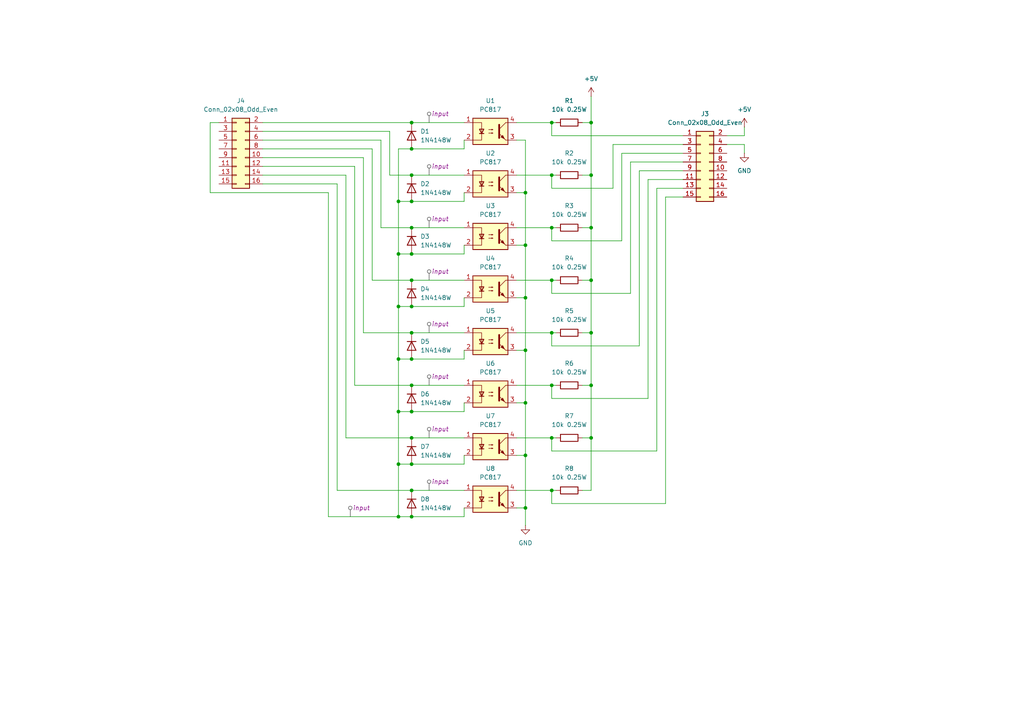
<source format=kicad_sch>
(kicad_sch (version 20231120) (generator "eeschema") (generator_version "8.0")
  (paper "A4")
  (lib_symbols
    (symbol "Connector_Generic:Conn_02x08_Odd_Even" (pin_names (offset 1.016) hide)
      (property "Reference" "J" (at 1.27 10.16 0))
      (property "Value" "Conn_02x08_Odd_Even" (at 1.27 -12.7 0))
      (symbol "Conn_02x08_Odd_Even_1_1"
        (rectangle (start -1.27 -10.033) (end 0 -10.287) (stroke (width 0.1524)))
        (rectangle (start -1.27 -7.493) (end 0 -7.747) (stroke (width 0.1524)))
        (rectangle (start -1.27 -4.953) (end 0 -5.207) (stroke (width 0.1524)))
        (rectangle (start -1.27 -2.413) (end 0 -2.667) (stroke (width 0.1524)))
        (rectangle (start -1.27 0.127) (end 0 -0.127) (stroke (width 0.1524)))
        (rectangle (start -1.27 2.667) (end 0 2.413) (stroke (width 0.1524)))
        (rectangle (start -1.27 5.207) (end 0 4.953) (stroke (width 0.1524)))
        (rectangle (start -1.27 7.747) (end 0 7.493) (stroke (width 0.1524)))
        (rectangle (start -1.27 8.89) (end 3.81 -11.43) (stroke (width 0.254)) (fill (type background)))
        (rectangle (start 3.81 -10.033) (end 2.54 -10.287) (stroke (width 0.1524)))
        (rectangle (start 3.81 -7.493) (end 2.54 -7.747) (stroke (width 0.1524)))
        (rectangle (start 3.81 -4.953) (end 2.54 -5.207) (stroke (width 0.1524)))
        (rectangle (start 3.81 -2.413) (end 2.54 -2.667) (stroke (width 0.1524)))
        (rectangle (start 3.81 0.127) (end 2.54 -0.127) (stroke (width 0.1524)))
        (rectangle (start 3.81 2.667) (end 2.54 2.413) (stroke (width 0.1524)))
        (rectangle (start 3.81 5.207) (end 2.54 4.953) (stroke (width 0.1524)))
        (rectangle (start 3.81 7.747) (end 2.54 7.493) (stroke (width 0.1524)))
        (pin passive line (at -5.08 7.62 0) (length 3.81) (name "Pin_1") (number "1"))
        (pin passive line (at 7.62 -2.54 180) (length 3.81) (name "Pin_10") (number "10"))
        (pin passive line (at -5.08 -5.08 0) (length 3.81) (name "Pin_11") (number "11"))
        (pin passive line (at 7.62 -5.08 180) (length 3.81) (name "Pin_12") (number "12"))
        (pin passive line (at -5.08 -7.62 0) (length 3.81) (name "Pin_13") (number "13"))
        (pin passive line (at 7.62 -7.62 180) (length 3.81) (name "Pin_14") (number "14"))
        (pin passive line (at -5.08 -10.16 0) (length 3.81) (name "Pin_15") (number "15"))
        (pin passive line (at 7.62 -10.16 180) (length 3.81) (name "Pin_16") (number "16"))
        (pin passive line (at 7.62 7.62 180) (length 3.81) (name "Pin_2") (number "2"))
        (pin passive line (at -5.08 5.08 0) (length 3.81) (name "Pin_3") (number "3"))
        (pin passive line (at 7.62 5.08 180) (length 3.81) (name "Pin_4") (number "4"))
        (pin passive line (at -5.08 2.54 0) (length 3.81) (name "Pin_5") (number "5"))
        (pin passive line (at 7.62 2.54 180) (length 3.81) (name "Pin_6") (number "6"))
        (pin passive line (at -5.08 0 0) (length 3.81) (name "Pin_7") (number "7"))
        (pin passive line (at 7.62 0 180) (length 3.81) (name "Pin_8") (number "8"))
        (pin passive line (at -5.08 -2.54 0) (length 3.81) (name "Pin_9") (number "9"))
      )
    )
    (symbol "NextPCB:1N4148W" (pin_numbers hide) (pin_names (offset 1.016) hide)
      (property "Reference" "D" (at 0 2.54 0))
      (property "Value" "1N4148W" (at 0 -2.54 0))
      (symbol "1N4148W_0_1"
        (polyline (pts (xy -1.27 1.27) (xy -1.27 -1.27)) (stroke (width 0.254)))
        (polyline (pts (xy 1.27 0) (xy -1.27 0)))
        (polyline (pts (xy 1.27 1.27) (xy 1.27 -1.27) (xy -1.27 0) (xy 1.27 1.27)) (stroke (width 0.254)))
      )
      (symbol "1N4148W_1_1"
        (pin passive line (at -3.81 0 0) (length 2.54) (name "K") (number "1"))
        (pin passive line (at 3.81 0 180) (length 2.54) (name "A") (number "2"))
      )
    )
    (symbol "NextPCB:PC817" (pin_names (offset 1.016))
      (property "Reference" "U" (at -5.08 5.08 0))
      (property "Value" "PC817" (at 0 5.08 0))
      (symbol "PC817_0_1"
        (rectangle (start -5.08 3.81) (end 5.08 -3.81) (stroke (width 0.254)) (fill (type background)))
        (polyline (pts (xy -3.175 -0.635) (xy -1.905 -0.635)) (stroke (width 0.254)))
        (polyline (pts (xy 2.54 0.635) (xy 4.445 2.54)))
        (polyline (pts (xy 4.445 -2.54) (xy 2.54 -0.635)) (fill (type outline)))
        (polyline (pts (xy 4.445 -2.54) (xy 5.08 -2.54)))
        (polyline (pts (xy 4.445 2.54) (xy 5.08 2.54)))
        (polyline (pts (xy -5.08 2.54) (xy -2.54 2.54) (xy -2.54 -0.635)))
        (polyline (pts (xy -2.54 -0.635) (xy -2.54 -2.54) (xy -5.08 -2.54)))
        (polyline (pts (xy 2.54 1.905) (xy 2.54 -1.905) (xy 2.54 -1.905)) (stroke (width 0.508)))
        (polyline (pts (xy -2.54 -0.635) (xy -3.175 0.635) (xy -1.905 0.635) (xy -2.54 -0.635)) (stroke (width 0.254)))
        (polyline (pts (xy -0.508 -0.508) (xy 0.762 -0.508) (xy 0.381 -0.635) (xy 0.381 -0.381) (xy 0.762 -0.508)))
        (polyline (pts (xy -0.508 0.508) (xy 0.762 0.508) (xy 0.381 0.381) (xy 0.381 0.635) (xy 0.762 0.508)))
        (polyline (pts (xy 3.048 -1.651) (xy 3.556 -1.143) (xy 4.064 -2.159) (xy 3.048 -1.651) (xy 3.048 -1.651)) (fill (type outline)))
      )
      (symbol "PC817_1_1"
        (pin passive line (at -7.62 2.54 0) (length 2.54) (name "~") (number "1"))
        (pin passive line (at -7.62 -2.54 0) (length 2.54) (name "~") (number "2"))
        (pin passive line (at 7.62 -2.54 180) (length 2.54) (name "~") (number "3"))
        (pin passive line (at 7.62 2.54 180) (length 2.54) (name "~") (number "4"))
      )
    )
    (symbol "NextPCB:R_10k_0.25W" (pin_numbers hide) (pin_names (offset 0))
      (property "Reference" "R" (at 2.032 0 90))
      (property "Value" "10k 0.25W" (at 0 0 90))
      (symbol "R_10k_0.25W_0_1"
        (rectangle (start -1.016 -2.54) (end 1.016 2.54) (stroke (width 0.254)))
      )
      (symbol "R_10k_0.25W_1_1"
        (pin passive line (at 0 3.81 270) (length 1.27) (name "~") (number "1"))
        (pin passive line (at 0 -3.81 90) (length 1.27) (name "~") (number "2"))
      )
    )
    (symbol "power:+5V" (power) (pin_numbers hide) (pin_names (offset 0) hide)
      (property "Value" "+5V" (at 0 3.556 0))
      (symbol "+5V_0_1"
        (polyline (pts (xy -0.762 1.27) (xy 0 2.54)))
        (polyline (pts (xy 0 0) (xy 0 2.54)))
        (polyline (pts (xy 0 2.54) (xy 0.762 1.27)))
      )
      (symbol "+5V_1_1"
        (pin power_in line (at 0 0 90) (length 0) (name "~") (number "1"))
      )
    )
    (symbol "power:GND" (power) (pin_numbers hide) (pin_names (offset 0) hide)
      (property "Value" "GND" (at 0 -3.81 0))
      (symbol "GND_0_1"
        (polyline (pts (xy 0 0) (xy 0 -1.27) (xy 1.27 -1.27) (xy 0 -2.54) (xy -1.27 -1.27) (xy 0 -1.27)))
      )
      (symbol "GND_1_1"
        (pin power_in line (at 0 0 270) (length 0) (name "~") (number "1"))
      )
    )
  )
  (junction (at 160.02 50.8))
  (junction (at 152.4 132.08))
  (junction (at 160.02 66.04))
  (junction (at 160.02 35.56))
  (junction (at 115.57 119.38))
  (junction (at 119.38 127))
  (junction (at 160.02 111.76))
  (junction (at 119.38 96.52))
  (junction (at 119.38 43.18))
  (junction (at 119.38 81.28))
  (junction (at 171.45 66.04))
  (junction (at 160.02 127))
  (junction (at 119.38 111.76))
  (junction (at 119.38 35.56))
  (junction (at 119.38 88.9))
  (junction (at 115.57 104.14))
  (junction (at 152.4 71.12))
  (junction (at 115.57 134.62))
  (junction (at 171.45 127))
  (junction (at 171.45 111.76))
  (junction (at 119.38 134.62))
  (junction (at 115.57 88.9))
  (junction (at 160.02 96.52))
  (junction (at 119.38 66.04))
  (junction (at 119.38 104.14))
  (junction (at 171.45 81.28))
  (junction (at 115.57 58.42))
  (junction (at 152.4 147.32))
  (junction (at 171.45 50.8))
  (junction (at 119.38 119.38))
  (junction (at 152.4 101.6))
  (junction (at 160.02 142.24))
  (junction (at 152.4 116.84))
  (junction (at 119.38 50.8))
  (junction (at 171.45 96.52))
  (junction (at 115.57 149.86))
  (junction (at 119.38 142.24))
  (junction (at 171.45 35.56))
  (junction (at 119.38 149.86))
  (junction (at 152.4 86.36))
  (junction (at 115.57 73.66))
  (junction (at 119.38 73.66))
  (junction (at 119.38 58.42))
  (junction (at 152.4 55.88))
  (junction (at 160.02 81.28))
  (wire (pts (xy 187.96 52.07) (xy 187.96 115.57)))
  (wire (pts (xy 115.57 134.62) (xy 115.57 149.86)))
  (wire (pts (xy 149.86 142.24) (xy 160.02 142.24)))
  (wire (pts (xy 152.4 101.6) (xy 152.4 116.84)))
  (wire (pts (xy 160.02 96.52) (xy 161.29 96.52)))
  (wire (pts (xy 134.62 73.66) (xy 134.62 71.12)))
  (wire (pts (xy 115.57 73.66) (xy 119.38 73.66)))
  (wire (pts (xy 168.91 142.24) (xy 171.45 142.24)))
  (wire (pts (xy 115.57 119.38) (xy 119.38 119.38)))
  (wire (pts (xy 149.86 71.12) (xy 152.4 71.12)))
  (wire (pts (xy 160.02 85.09) (xy 182.88 85.09)))
  (wire (pts (xy 152.4 116.84) (xy 152.4 132.08)))
  (wire (pts (xy 119.38 50.8) (xy 134.62 50.8)))
  (wire (pts (xy 152.4 55.88) (xy 152.4 71.12)))
  (wire (pts (xy 160.02 50.8) (xy 161.29 50.8)))
  (wire (pts (xy 119.38 134.62) (xy 134.62 134.62)))
  (wire (pts (xy 160.02 35.56) (xy 160.02 39.37)))
  (wire (pts (xy 152.4 147.32) (xy 152.4 152.4)))
  (wire (pts (xy 160.02 54.61) (xy 177.8 54.61)))
  (wire (pts (xy 160.02 66.04) (xy 160.02 69.85)))
  (wire (pts (xy 119.38 149.86) (xy 134.62 149.86)))
  (wire (pts (xy 152.4 86.36) (xy 152.4 101.6)))
  (wire (pts (xy 119.38 88.9) (xy 134.62 88.9)))
  (wire (pts (xy 119.38 43.18) (xy 134.62 43.18)))
  (wire (pts (xy 76.2 48.26) (xy 102.87 48.26)))
  (wire (pts (xy 115.57 119.38) (xy 115.57 134.62)))
  (wire (pts (xy 134.62 88.9) (xy 134.62 86.36)))
  (wire (pts (xy 160.02 127) (xy 161.29 127)))
  (wire (pts (xy 168.91 111.76) (xy 171.45 111.76)))
  (wire (pts (xy 76.2 50.8) (xy 100.33 50.8)))
  (wire (pts (xy 168.91 50.8) (xy 171.45 50.8)))
  (wire (pts (xy 215.9 41.91) (xy 215.9 44.45)))
  (wire (pts (xy 113.03 50.8) (xy 119.38 50.8)))
  (wire (pts (xy 119.38 73.66) (xy 134.62 73.66)))
  (wire (pts (xy 160.02 127) (xy 160.02 130.81)))
  (wire (pts (xy 168.91 35.56) (xy 171.45 35.56)))
  (wire (pts (xy 185.42 49.53) (xy 198.12 49.53)))
  (wire (pts (xy 115.57 88.9) (xy 115.57 104.14)))
  (wire (pts (xy 115.57 104.14) (xy 119.38 104.14)))
  (wire (pts (xy 177.8 41.91) (xy 198.12 41.91)))
  (wire (pts (xy 102.87 48.26) (xy 102.87 111.76)))
  (wire (pts (xy 168.91 96.52) (xy 171.45 96.52)))
  (wire (pts (xy 160.02 35.56) (xy 161.29 35.56)))
  (wire (pts (xy 95.25 55.88) (xy 95.25 149.86)))
  (wire (pts (xy 115.57 149.86) (xy 119.38 149.86)))
  (wire (pts (xy 76.2 40.64) (xy 110.49 40.64)))
  (wire (pts (xy 182.88 46.99) (xy 198.12 46.99)))
  (wire (pts (xy 97.79 142.24) (xy 119.38 142.24)))
  (wire (pts (xy 76.2 35.56) (xy 119.38 35.56)))
  (wire (pts (xy 119.38 111.76) (xy 134.62 111.76)))
  (wire (pts (xy 193.04 146.05) (xy 193.04 57.15)))
  (wire (pts (xy 160.02 66.04) (xy 161.29 66.04)))
  (wire (pts (xy 134.62 40.64) (xy 134.62 43.18)))
  (wire (pts (xy 152.4 40.64) (xy 152.4 55.88)))
  (wire (pts (xy 149.86 116.84) (xy 152.4 116.84)))
  (wire (pts (xy 115.57 43.18) (xy 115.57 58.42)))
  (wire (pts (xy 190.5 54.61) (xy 198.12 54.61)))
  (wire (pts (xy 171.45 81.28) (xy 171.45 96.52)))
  (wire (pts (xy 171.45 127) (xy 171.45 142.24)))
  (wire (pts (xy 180.34 69.85) (xy 160.02 69.85)))
  (wire (pts (xy 134.62 104.14) (xy 134.62 101.6)))
  (wire (pts (xy 160.02 81.28) (xy 161.29 81.28)))
  (wire (pts (xy 60.96 55.88) (xy 60.96 35.56)))
  (wire (pts (xy 215.9 36.83) (xy 215.9 39.37)))
  (wire (pts (xy 187.96 52.07) (xy 198.12 52.07)))
  (wire (pts (xy 76.2 45.72) (xy 105.41 45.72)))
  (wire (pts (xy 134.62 149.86) (xy 134.62 147.32)))
  (wire (pts (xy 107.95 43.18) (xy 107.95 81.28)))
  (wire (pts (xy 171.45 27.94) (xy 171.45 35.56)))
  (wire (pts (xy 160.02 100.33) (xy 185.42 100.33)))
  (wire (pts (xy 152.4 71.12) (xy 152.4 86.36)))
  (wire (pts (xy 119.38 127) (xy 134.62 127)))
  (wire (pts (xy 168.91 66.04) (xy 171.45 66.04)))
  (wire (pts (xy 95.25 149.86) (xy 115.57 149.86)))
  (wire (pts (xy 171.45 111.76) (xy 171.45 127)))
  (wire (pts (xy 119.38 142.24) (xy 134.62 142.24)))
  (wire (pts (xy 119.38 66.04) (xy 134.62 66.04)))
  (wire (pts (xy 160.02 111.76) (xy 160.02 115.57)))
  (wire (pts (xy 119.38 96.52) (xy 134.62 96.52)))
  (wire (pts (xy 210.82 41.91) (xy 215.9 41.91)))
  (wire (pts (xy 152.4 132.08) (xy 152.4 147.32)))
  (wire (pts (xy 185.42 49.53) (xy 185.42 100.33)))
  (wire (pts (xy 160.02 81.28) (xy 160.02 85.09)))
  (wire (pts (xy 171.45 50.8) (xy 171.45 66.04)))
  (wire (pts (xy 115.57 104.14) (xy 115.57 119.38)))
  (wire (pts (xy 105.41 45.72) (xy 105.41 96.52)))
  (wire (pts (xy 119.38 35.56) (xy 134.62 35.56)))
  (wire (pts (xy 76.2 53.34) (xy 97.79 53.34)))
  (wire (pts (xy 115.57 134.62) (xy 119.38 134.62)))
  (wire (pts (xy 149.86 50.8) (xy 160.02 50.8)))
  (wire (pts (xy 160.02 111.76) (xy 161.29 111.76)))
  (wire (pts (xy 160.02 39.37) (xy 198.12 39.37)))
  (wire (pts (xy 149.86 127) (xy 160.02 127)))
  (wire (pts (xy 134.62 134.62) (xy 134.62 132.08)))
  (wire (pts (xy 134.62 58.42) (xy 134.62 55.88)))
  (wire (pts (xy 102.87 111.76) (xy 119.38 111.76)))
  (wire (pts (xy 180.34 44.45) (xy 198.12 44.45)))
  (wire (pts (xy 97.79 53.34) (xy 97.79 142.24)))
  (wire (pts (xy 160.02 142.24) (xy 161.29 142.24)))
  (wire (pts (xy 210.82 39.37) (xy 215.9 39.37)))
  (wire (pts (xy 110.49 40.64) (xy 110.49 66.04)))
  (wire (pts (xy 60.96 35.56) (xy 63.5 35.56)))
  (wire (pts (xy 115.57 88.9) (xy 119.38 88.9)))
  (wire (pts (xy 193.04 57.15) (xy 198.12 57.15)))
  (wire (pts (xy 107.95 81.28) (xy 119.38 81.28)))
  (wire (pts (xy 160.02 115.57) (xy 187.96 115.57)))
  (wire (pts (xy 190.5 130.81) (xy 190.5 54.61)))
  (wire (pts (xy 115.57 73.66) (xy 115.57 88.9)))
  (wire (pts (xy 168.91 127) (xy 171.45 127)))
  (wire (pts (xy 177.8 54.61) (xy 177.8 41.91)))
  (wire (pts (xy 134.62 119.38) (xy 134.62 116.84)))
  (wire (pts (xy 100.33 127) (xy 119.38 127)))
  (wire (pts (xy 160.02 96.52) (xy 160.02 100.33)))
  (wire (pts (xy 76.2 38.1) (xy 113.03 38.1)))
  (wire (pts (xy 115.57 58.42) (xy 119.38 58.42)))
  (wire (pts (xy 149.86 132.08) (xy 152.4 132.08)))
  (wire (pts (xy 171.45 35.56) (xy 171.45 50.8)))
  (wire (pts (xy 60.96 55.88) (xy 95.25 55.88)))
  (wire (pts (xy 149.86 101.6) (xy 152.4 101.6)))
  (wire (pts (xy 160.02 142.24) (xy 160.02 146.05)))
  (wire (pts (xy 149.86 86.36) (xy 152.4 86.36)))
  (wire (pts (xy 115.57 43.18) (xy 119.38 43.18)))
  (wire (pts (xy 168.91 81.28) (xy 171.45 81.28)))
  (wire (pts (xy 149.86 66.04) (xy 160.02 66.04)))
  (wire (pts (xy 180.34 44.45) (xy 180.34 69.85)))
  (wire (pts (xy 119.38 119.38) (xy 134.62 119.38)))
  (wire (pts (xy 119.38 104.14) (xy 134.62 104.14)))
  (wire (pts (xy 105.41 96.52) (xy 119.38 96.52)))
  (wire (pts (xy 115.57 58.42) (xy 115.57 73.66)))
  (wire (pts (xy 160.02 146.05) (xy 193.04 146.05)))
  (wire (pts (xy 149.86 55.88) (xy 152.4 55.88)))
  (wire (pts (xy 149.86 111.76) (xy 160.02 111.76)))
  (wire (pts (xy 119.38 58.42) (xy 134.62 58.42)))
  (wire (pts (xy 171.45 66.04) (xy 171.45 81.28)))
  (wire (pts (xy 110.49 66.04) (xy 119.38 66.04)))
  (wire (pts (xy 160.02 130.81) (xy 190.5 130.81)))
  (wire (pts (xy 119.38 81.28) (xy 134.62 81.28)))
  (wire (pts (xy 149.86 40.64) (xy 152.4 40.64)))
  (wire (pts (xy 76.2 43.18) (xy 107.95 43.18)))
  (wire (pts (xy 182.88 46.99) (xy 182.88 85.09)))
  (wire (pts (xy 113.03 38.1) (xy 113.03 50.8)))
  (wire (pts (xy 100.33 50.8) (xy 100.33 127)))
  (wire (pts (xy 149.86 35.56) (xy 160.02 35.56)))
  (wire (pts (xy 149.86 81.28) (xy 160.02 81.28)))
  (wire (pts (xy 149.86 147.32) (xy 152.4 147.32)))
  (wire (pts (xy 149.86 96.52) (xy 160.02 96.52)))
  (wire (pts (xy 171.45 96.52) (xy 171.45 111.76)))
  (wire (pts (xy 160.02 50.8) (xy 160.02 54.61)))
  (netclass_flag "" (length 2.54) (shape round) (at 124.46 66.04 0) (property "Netclass" "input" (at 125.1585 63.5 0) (effects (font (italic yes)) (justify left))))
  (netclass_flag "" (length 2.54) (shape round) (at 124.46 35.56 0) (property "Netclass" "input" (at 125.1585 33.02 0) (effects (font (italic yes)) (justify left))))
  (netclass_flag "" (length 2.54) (shape round) (at 124.46 96.52 0) (property "Netclass" "input" (at 125.1585 93.98 0) (effects (font (italic yes)) (justify left))))
  (netclass_flag "" (length 2.54) (shape round) (at 101.6 149.86 0) (property "Netclass" "input" (at 102.2985 147.32 0) (effects (font (italic yes)) (justify left))))
  (netclass_flag "" (length 2.54) (shape round) (at 124.46 50.8 0) (property "Netclass" "input" (at 125.1585 48.26 0) (effects (font (italic yes)) (justify left))))
  (netclass_flag "" (length 2.54) (shape round) (at 124.46 81.28 0) (property "Netclass" "input" (at 125.1585 78.74 0) (effects (font (italic yes)) (justify left))))
  (netclass_flag "" (length 2.54) (shape round) (at 124.46 111.76 0) (property "Netclass" "input" (at 125.1585 109.22 0) (effects (font (italic yes)) (justify left))))
  (netclass_flag "" (length 2.54) (shape round) (at 124.46 127 0) (property "Netclass" "input" (at 125.1585 124.46 0) (effects (font (italic yes)) (justify left))))
  (netclass_flag "" (length 2.54) (shape round) (at 124.46 142.24 0) (property "Netclass" "input" (at 125.1585 139.7 0) (effects (font (italic yes)) (justify left))))
  (symbol (lib_id "Connector_Generic:Conn_02x08_Odd_Even") (at 68.58 43.18 0) (unit 1)
    (property "Reference" "J4" (at 69.85 29.21 0))
    (property "Value" "Conn_02x08_Odd_Even" (at 69.85 31.75 0))
    (property "Footprint" "Connector_PinHeader_2.54mm:PinHeader_2x08_P2.54mm_Vertical_SMD" (effects (hide yes)))
    (property "Description" "Generic connector, double row, 02x08, odd/even pin numbering scheme (row 1 odd numbers, row 2 even numbers), script generated (kicad-library-utils/schlib/autogen/connector/)" (effects (hide yes)))
  )
  (symbol (lib_id "NextPCB:R_10k_0.25W") (at 165.1 35.56 90) (unit 1)
    (property "Reference" "R1" (at 165.1 29.21 90))
    (property "Value" "10k 0.25W" (at 165.1 31.75 90))
    (property "Footprint" "Resistor_SMD:R_1206_3216Metric_Pad1.30x1.75mm_HandSolder" (effects (hide yes)))
    (property "Description" "Resistor" (effects (hide yes)))
    (property "NextPCB_price" "0.00233" (effects (hide yes)))
    (property "NextPCB_url" "https://www.hqonline.com/product-detail/chip-resistors-yageo-rc1206fr-0710kl-2500015735" (effects (hide yes)))
  )
  (symbol (lib_id "Connector_Generic:Conn_02x08_Odd_Even") (at 203.2 46.99 0) (unit 1)
    (property "Reference" "J3" (at 204.47 33.02 0))
    (property "Value" "Conn_02x08_Odd_Even" (at 204.47 35.56 0))
    (property "Footprint" "Connector_PinHeader_2.54mm:PinHeader_2x08_P2.54mm_Vertical_SMD" (effects (hide yes)))
    (property "Description" "Generic connector, double row, 02x08, odd/even pin numbering scheme (row 1 odd numbers, row 2 even numbers), script generated (kicad-library-utils/schlib/autogen/connector/)" (effects (hide yes)))
  )
  (symbol (lib_id "NextPCB:R_10k_0.25W") (at 165.1 127 90) (unit 1)
    (property "Reference" "R7" (at 165.1 120.65 90))
    (property "Value" "10k 0.25W" (at 165.1 123.19 90))
    (property "Footprint" "Resistor_SMD:R_1206_3216Metric_Pad1.30x1.75mm_HandSolder" (effects (hide yes)))
    (property "Description" "Resistor" (effects (hide yes)))
    (property "NextPCB_price" "0.00233" (effects (hide yes)))
    (property "NextPCB_url" "https://www.hqonline.com/product-detail/chip-resistors-yageo-rc1206fr-0710kl-2500015735" (effects (hide yes)))
  )
  (symbol (lib_id "NextPCB:1N4148W") (at 119.38 146.05 270) (unit 1)
    (property "Reference" "D8" (at 121.92 144.7799 90) (effects (justify left)))
    (property "Value" "1N4148W" (at 121.92 147.3199 90) (effects (justify left)))
    (property "Footprint" "Diode_SMD:D_SOD-123" (effects (hide yes)))
    (property "Description" "Diode" (effects (hide yes)))
    (property "Sim.Device" "D" (effects (hide yes)))
    (property "Sim.Pins" "1=K 2=A" (effects (hide yes)))
    (property "MfrPart" "1N4148W" (effects (hide yes)))
    (property "Manufacturer" "Jingdao" (effects (hide yes)))
    (property "HQPart" "DS0143597" (effects (hide yes)))
    (property "NextPCB_price" "0.00811" (effects (hide yes)))
    (property "NextPCB_url" "https://www.hqonline.com/product-detail/switching-diodes--small-signal--st-xianke--1n4148w-2500240525" (effects (hide yes)))
  )
  (symbol (lib_id "NextPCB:PC817") (at 142.24 38.1 0) (unit 1)
    (property "Reference" "U1" (at 142.24 29.21 0))
    (property "Value" "PC817" (at 142.24 31.75 0))
    (property "Footprint" "Package_SO:SOP-4_3.8x4.1mm_P2.54mm" (effects (hide yes)))
    (property "Datasheet" "http://www.soselectronic.cz/a_info/resource/d/pc817.pdf" (effects (hide yes)))
    (property "Description" "DC Optocoupler, Vce 35V, CTR 50-300%, DIP-4" (effects (hide yes)))
    (property "NextPCB_url" "https://www.hqonline.com/product-detail/photocouplers-slkor-pc817c-2500382115" (effects (hide yes)))
    (property "NextPCB_price" "0.03334" (effects (hide yes)))
  )
  (symbol (lib_id "NextPCB:R_10k_0.25W") (at 165.1 142.24 90) (unit 1)
    (property "Reference" "R8" (at 165.1 135.89 90))
    (property "Value" "10k 0.25W" (at 165.1 138.43 90))
    (property "Footprint" "Resistor_SMD:R_1206_3216Metric_Pad1.30x1.75mm_HandSolder" (effects (hide yes)))
    (property "Description" "Resistor" (effects (hide yes)))
    (property "NextPCB_price" "0.00233" (effects (hide yes)))
    (property "NextPCB_url" "https://www.hqonline.com/product-detail/chip-resistors-yageo-rc1206fr-0710kl-2500015735" (effects (hide yes)))
  )
  (symbol (lib_id "power:GND") (at 215.9 44.45 0) (unit 1)
    (property "Reference" "#PWR02" (effects (hide yes)))
    (property "Value" "GND" (at 215.9 49.53 0))
    (property "Description" "Power symbol creates a global label with name \"GND\" , ground" (effects (hide yes)))
  )
  (symbol (lib_id "power:GND") (at 152.4 152.4 0) (unit 1)
    (property "Reference" "#PWR04" (effects (hide yes)))
    (property "Value" "GND" (at 152.4 157.48 0))
    (property "Description" "Power symbol creates a global label with name \"GND\" , ground" (effects (hide yes)))
  )
  (symbol (lib_id "NextPCB:1N4148W") (at 119.38 115.57 270) (unit 1)
    (property "Reference" "D6" (at 121.92 114.2999 90) (effects (justify left)))
    (property "Value" "1N4148W" (at 121.92 116.8399 90) (effects (justify left)))
    (property "Footprint" "Diode_SMD:D_SOD-123" (effects (hide yes)))
    (property "Description" "Diode" (effects (hide yes)))
    (property "Sim.Device" "D" (effects (hide yes)))
    (property "Sim.Pins" "1=K 2=A" (effects (hide yes)))
    (property "MfrPart" "1N4148W" (effects (hide yes)))
    (property "Manufacturer" "Jingdao" (effects (hide yes)))
    (property "HQPart" "DS0143597" (effects (hide yes)))
    (property "NextPCB_price" "0.00811" (effects (hide yes)))
    (property "NextPCB_url" "https://www.hqonline.com/product-detail/switching-diodes--small-signal--st-xianke--1n4148w-2500240525" (effects (hide yes)))
  )
  (symbol (lib_id "power:+5V") (at 171.45 27.94 0) (unit 1)
    (property "Reference" "#PWR03" (effects (hide yes)))
    (property "Value" "+5V" (at 171.45 22.86 0))
    (property "Description" "Power symbol creates a global label with name \"+5V\"" (effects (hide yes)))
  )
  (symbol (lib_id "NextPCB:1N4148W") (at 119.38 39.37 270) (unit 1)
    (property "Reference" "D1" (at 121.92 38.0999 90) (effects (justify left)))
    (property "Value" "1N4148W" (at 121.92 40.6399 90) (effects (justify left)))
    (property "Footprint" "Diode_SMD:D_SOD-123" (effects (hide yes)))
    (property "Description" "Diode" (effects (hide yes)))
    (property "Sim.Device" "D" (effects (hide yes)))
    (property "Sim.Pins" "1=K 2=A" (effects (hide yes)))
    (property "MfrPart" "1N4148W" (effects (hide yes)))
    (property "Manufacturer" "Jingdao" (effects (hide yes)))
    (property "HQPart" "DS0143597" (effects (hide yes)))
    (property "NextPCB_price" "0.00811" (effects (hide yes)))
    (property "NextPCB_url" "https://www.hqonline.com/product-detail/switching-diodes--small-signal--st-xianke--1n4148w-2500240525" (effects (hide yes)))
  )
  (symbol (lib_id "power:+5V") (at 215.9 36.83 0) (unit 1)
    (property "Reference" "#PWR01" (effects (hide yes)))
    (property "Value" "+5V" (at 215.9 31.75 0))
    (property "Description" "Power symbol creates a global label with name \"+5V\"" (effects (hide yes)))
  )
  (symbol (lib_id "NextPCB:PC817") (at 142.24 83.82 0) (unit 1)
    (property "Reference" "U4" (at 142.24 74.93 0))
    (property "Value" "PC817" (at 142.24 77.47 0))
    (property "Footprint" "Package_SO:SOP-4_3.8x4.1mm_P2.54mm" (effects (hide yes)))
    (property "Datasheet" "http://www.soselectronic.cz/a_info/resource/d/pc817.pdf" (effects (hide yes)))
    (property "Description" "DC Optocoupler, Vce 35V, CTR 50-300%, DIP-4" (effects (hide yes)))
    (property "NextPCB_url" "https://www.hqonline.com/product-detail/photocouplers-slkor-pc817c-2500382115" (effects (hide yes)))
    (property "NextPCB_price" "0.03334" (effects (hide yes)))
  )
  (symbol (lib_id "NextPCB:R_10k_0.25W") (at 165.1 111.76 90) (unit 1)
    (property "Reference" "R6" (at 165.1 105.41 90))
    (property "Value" "10k 0.25W" (at 165.1 107.95 90))
    (property "Footprint" "Resistor_SMD:R_1206_3216Metric_Pad1.30x1.75mm_HandSolder" (effects (hide yes)))
    (property "Description" "Resistor" (effects (hide yes)))
    (property "NextPCB_price" "0.00233" (effects (hide yes)))
    (property "NextPCB_url" "https://www.hqonline.com/product-detail/chip-resistors-yageo-rc1206fr-0710kl-2500015735" (effects (hide yes)))
  )
  (symbol (lib_id "NextPCB:1N4148W") (at 119.38 100.33 270) (unit 1)
    (property "Reference" "D5" (at 121.92 99.0599 90) (effects (justify left)))
    (property "Value" "1N4148W" (at 121.92 101.5999 90) (effects (justify left)))
    (property "Footprint" "Diode_SMD:D_SOD-123" (effects (hide yes)))
    (property "Description" "Diode" (effects (hide yes)))
    (property "Sim.Device" "D" (effects (hide yes)))
    (property "Sim.Pins" "1=K 2=A" (effects (hide yes)))
    (property "MfrPart" "1N4148W" (effects (hide yes)))
    (property "Manufacturer" "Jingdao" (effects (hide yes)))
    (property "HQPart" "DS0143597" (effects (hide yes)))
    (property "NextPCB_price" "0.00811" (effects (hide yes)))
    (property "NextPCB_url" "https://www.hqonline.com/product-detail/switching-diodes--small-signal--st-xianke--1n4148w-2500240525" (effects (hide yes)))
  )
  (symbol (lib_id "NextPCB:PC817") (at 142.24 114.3 0) (unit 1)
    (property "Reference" "U6" (at 142.24 105.41 0))
    (property "Value" "PC817" (at 142.24 107.95 0))
    (property "Footprint" "Package_SO:SOP-4_3.8x4.1mm_P2.54mm" (effects (hide yes)))
    (property "Datasheet" "http://www.soselectronic.cz/a_info/resource/d/pc817.pdf" (effects (hide yes)))
    (property "Description" "DC Optocoupler, Vce 35V, CTR 50-300%, DIP-4" (effects (hide yes)))
    (property "NextPCB_url" "https://www.hqonline.com/product-detail/photocouplers-slkor-pc817c-2500382115" (effects (hide yes)))
    (property "NextPCB_price" "0.03334" (effects (hide yes)))
  )
  (symbol (lib_id "NextPCB:1N4148W") (at 119.38 54.61 270) (unit 1)
    (property "Reference" "D2" (at 121.92 53.3399 90) (effects (justify left)))
    (property "Value" "1N4148W" (at 121.92 55.8799 90) (effects (justify left)))
    (property "Footprint" "Diode_SMD:D_SOD-123" (effects (hide yes)))
    (property "Description" "Diode" (effects (hide yes)))
    (property "Sim.Device" "D" (effects (hide yes)))
    (property "Sim.Pins" "1=K 2=A" (effects (hide yes)))
    (property "MfrPart" "1N4148W" (effects (hide yes)))
    (property "Manufacturer" "Jingdao" (effects (hide yes)))
    (property "HQPart" "DS0143597" (effects (hide yes)))
    (property "NextPCB_price" "0.00811" (effects (hide yes)))
    (property "NextPCB_url" "https://www.hqonline.com/product-detail/switching-diodes--small-signal--st-xianke--1n4148w-2500240525" (effects (hide yes)))
  )
  (symbol (lib_id "NextPCB:1N4148W") (at 119.38 85.09 270) (unit 1)
    (property "Reference" "D4" (at 121.92 83.8199 90) (effects (justify left)))
    (property "Value" "1N4148W" (at 121.92 86.3599 90) (effects (justify left)))
    (property "Footprint" "Diode_SMD:D_SOD-123" (effects (hide yes)))
    (property "Description" "Diode" (effects (hide yes)))
    (property "Sim.Device" "D" (effects (hide yes)))
    (property "Sim.Pins" "1=K 2=A" (effects (hide yes)))
    (property "MfrPart" "1N4148W" (effects (hide yes)))
    (property "Manufacturer" "Jingdao" (effects (hide yes)))
    (property "HQPart" "DS0143597" (effects (hide yes)))
    (property "NextPCB_price" "0.00811" (effects (hide yes)))
    (property "NextPCB_url" "https://www.hqonline.com/product-detail/switching-diodes--small-signal--st-xianke--1n4148w-2500240525" (effects (hide yes)))
  )
  (symbol (lib_id "NextPCB:PC817") (at 142.24 144.78 0) (unit 1)
    (property "Reference" "U8" (at 142.24 135.89 0))
    (property "Value" "PC817" (at 142.24 138.43 0))
    (property "Footprint" "Package_SO:SOP-4_3.8x4.1mm_P2.54mm" (effects (hide yes)))
    (property "Datasheet" "http://www.soselectronic.cz/a_info/resource/d/pc817.pdf" (effects (hide yes)))
    (property "Description" "DC Optocoupler, Vce 35V, CTR 50-300%, DIP-4" (effects (hide yes)))
    (property "NextPCB_url" "https://www.hqonline.com/product-detail/photocouplers-slkor-pc817c-2500382115" (effects (hide yes)))
    (property "NextPCB_price" "0.03334" (effects (hide yes)))
  )
  (symbol (lib_id "NextPCB:PC817") (at 142.24 99.06 0) (unit 1)
    (property "Reference" "U5" (at 142.24 90.17 0))
    (property "Value" "PC817" (at 142.24 92.71 0))
    (property "Footprint" "Package_SO:SOP-4_3.8x4.1mm_P2.54mm" (effects (hide yes)))
    (property "Datasheet" "http://www.soselectronic.cz/a_info/resource/d/pc817.pdf" (effects (hide yes)))
    (property "Description" "DC Optocoupler, Vce 35V, CTR 50-300%, DIP-4" (effects (hide yes)))
    (property "NextPCB_url" "https://www.hqonline.com/product-detail/photocouplers-slkor-pc817c-2500382115" (effects (hide yes)))
    (property "NextPCB_price" "0.03334" (effects (hide yes)))
  )
  (symbol (lib_id "NextPCB:R_10k_0.25W") (at 165.1 81.28 90) (unit 1)
    (property "Reference" "R4" (at 165.1 74.93 90))
    (property "Value" "10k 0.25W" (at 165.1 77.47 90))
    (property "Footprint" "Resistor_SMD:R_1206_3216Metric_Pad1.30x1.75mm_HandSolder" (effects (hide yes)))
    (property "Description" "Resistor" (effects (hide yes)))
    (property "NextPCB_price" "0.00233" (effects (hide yes)))
    (property "NextPCB_url" "https://www.hqonline.com/product-detail/chip-resistors-yageo-rc1206fr-0710kl-2500015735" (effects (hide yes)))
  )
  (symbol (lib_id "NextPCB:R_10k_0.25W") (at 165.1 96.52 90) (unit 1)
    (property "Reference" "R5" (at 165.1 90.17 90))
    (property "Value" "10k 0.25W" (at 165.1 92.71 90))
    (property "Footprint" "Resistor_SMD:R_1206_3216Metric_Pad1.30x1.75mm_HandSolder" (effects (hide yes)))
    (property "Description" "Resistor" (effects (hide yes)))
    (property "NextPCB_price" "0.00233" (effects (hide yes)))
    (property "NextPCB_url" "https://www.hqonline.com/product-detail/chip-resistors-yageo-rc1206fr-0710kl-2500015735" (effects (hide yes)))
  )
  (symbol (lib_id "NextPCB:PC817") (at 142.24 129.54 0) (unit 1)
    (property "Reference" "U7" (at 142.24 120.65 0))
    (property "Value" "PC817" (at 142.24 123.19 0))
    (property "Footprint" "Package_SO:SOP-4_3.8x4.1mm_P2.54mm" (effects (hide yes)))
    (property "Datasheet" "http://www.soselectronic.cz/a_info/resource/d/pc817.pdf" (effects (hide yes)))
    (property "Description" "DC Optocoupler, Vce 35V, CTR 50-300%, DIP-4" (effects (hide yes)))
    (property "NextPCB_url" "https://www.hqonline.com/product-detail/photocouplers-slkor-pc817c-2500382115" (effects (hide yes)))
    (property "NextPCB_price" "0.03334" (effects (hide yes)))
  )
  (symbol (lib_id "NextPCB:R_10k_0.25W") (at 165.1 66.04 90) (unit 1)
    (property "Reference" "R3" (at 165.1 59.69 90))
    (property "Value" "10k 0.25W" (at 165.1 62.23 90))
    (property "Footprint" "Resistor_SMD:R_1206_3216Metric_Pad1.30x1.75mm_HandSolder" (effects (hide yes)))
    (property "Description" "Resistor" (effects (hide yes)))
    (property "NextPCB_price" "0.00233" (effects (hide yes)))
    (property "NextPCB_url" "https://www.hqonline.com/product-detail/chip-resistors-yageo-rc1206fr-0710kl-2500015735" (effects (hide yes)))
  )
  (symbol (lib_id "NextPCB:R_10k_0.25W") (at 165.1 50.8 90) (unit 1)
    (property "Reference" "R2" (at 165.1 44.45 90))
    (property "Value" "10k 0.25W" (at 165.1 46.99 90))
    (property "Footprint" "Resistor_SMD:R_1206_3216Metric_Pad1.30x1.75mm_HandSolder" (effects (hide yes)))
    (property "Description" "Resistor" (effects (hide yes)))
    (property "NextPCB_price" "0.00233" (effects (hide yes)))
    (property "NextPCB_url" "https://www.hqonline.com/product-detail/chip-resistors-yageo-rc1206fr-0710kl-2500015735" (effects (hide yes)))
  )
  (symbol (lib_id "NextPCB:PC817") (at 142.24 68.58 0) (unit 1)
    (property "Reference" "U3" (at 142.24 59.69 0))
    (property "Value" "PC817" (at 142.24 62.23 0))
    (property "Footprint" "Package_SO:SOP-4_3.8x4.1mm_P2.54mm" (effects (hide yes)))
    (property "Datasheet" "http://www.soselectronic.cz/a_info/resource/d/pc817.pdf" (effects (hide yes)))
    (property "Description" "DC Optocoupler, Vce 35V, CTR 50-300%, DIP-4" (effects (hide yes)))
    (property "NextPCB_url" "https://www.hqonline.com/product-detail/photocouplers-slkor-pc817c-2500382115" (effects (hide yes)))
    (property "NextPCB_price" "0.03334" (effects (hide yes)))
  )
  (symbol (lib_id "NextPCB:PC817") (at 142.24 53.34 0) (unit 1)
    (property "Reference" "U2" (at 142.24 44.45 0))
    (property "Value" "PC817" (at 142.24 46.99 0))
    (property "Footprint" "Package_SO:SOP-4_3.8x4.1mm_P2.54mm" (effects (hide yes)))
    (property "Datasheet" "http://www.soselectronic.cz/a_info/resource/d/pc817.pdf" (effects (hide yes)))
    (property "Description" "DC Optocoupler, Vce 35V, CTR 50-300%, DIP-4" (effects (hide yes)))
    (property "NextPCB_url" "https://www.hqonline.com/product-detail/photocouplers-slkor-pc817c-2500382115" (effects (hide yes)))
    (property "NextPCB_price" "0.03334" (effects (hide yes)))
  )
  (symbol (lib_id "NextPCB:1N4148W") (at 119.38 69.85 270) (unit 1)
    (property "Reference" "D3" (at 121.92 68.5799 90) (effects (justify left)))
    (property "Value" "1N4148W" (at 121.92 71.1199 90) (effects (justify left)))
    (property "Footprint" "Diode_SMD:D_SOD-123" (effects (hide yes)))
    (property "Description" "Diode" (effects (hide yes)))
    (property "Sim.Device" "D" (effects (hide yes)))
    (property "Sim.Pins" "1=K 2=A" (effects (hide yes)))
    (property "MfrPart" "1N4148W" (effects (hide yes)))
    (property "Manufacturer" "Jingdao" (effects (hide yes)))
    (property "HQPart" "DS0143597" (effects (hide yes)))
    (property "NextPCB_price" "0.00811" (effects (hide yes)))
    (property "NextPCB_url" "https://www.hqonline.com/product-detail/switching-diodes--small-signal--st-xianke--1n4148w-2500240525" (effects (hide yes)))
  )
  (symbol (lib_id "NextPCB:1N4148W") (at 119.38 130.81 270) (unit 1)
    (property "Reference" "D7" (at 121.92 129.5399 90) (effects (justify left)))
    (property "Value" "1N4148W" (at 121.92 132.0799 90) (effects (justify left)))
    (property "Footprint" "Diode_SMD:D_SOD-123" (effects (hide yes)))
    (property "Description" "Diode" (effects (hide yes)))
    (property "Sim.Device" "D" (effects (hide yes)))
    (property "Sim.Pins" "1=K 2=A" (effects (hide yes)))
    (property "MfrPart" "1N4148W" (effects (hide yes)))
    (property "Manufacturer" "Jingdao" (effects (hide yes)))
    (property "HQPart" "DS0143597" (effects (hide yes)))
    (property "NextPCB_price" "0.00811" (effects (hide yes)))
    (property "NextPCB_url" "https://www.hqonline.com/product-detail/switching-diodes--small-signal--st-xianke--1n4148w-2500240525" (effects (hide yes)))
  )
)
</source>
